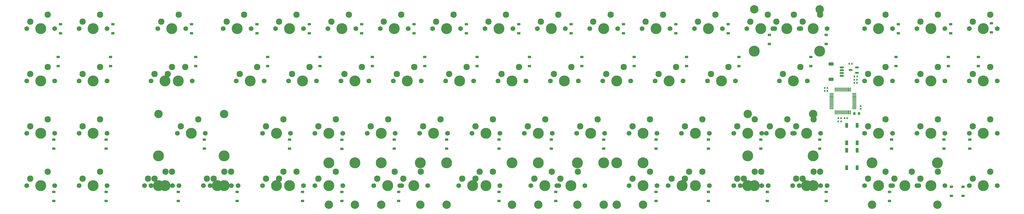
<source format=gbr>
%TF.GenerationSoftware,KiCad,Pcbnew,7.0.7*%
%TF.CreationDate,2024-06-03T22:11:20-06:00*%
%TF.ProjectId,spell,7370656c-6c2e-46b6-9963-61645f706362,rev?*%
%TF.SameCoordinates,Original*%
%TF.FileFunction,Soldermask,Bot*%
%TF.FilePolarity,Negative*%
%FSLAX46Y46*%
G04 Gerber Fmt 4.6, Leading zero omitted, Abs format (unit mm)*
G04 Created by KiCad (PCBNEW 7.0.7) date 2024-06-03 22:11:20*
%MOMM*%
%LPD*%
G01*
G04 APERTURE LIST*
G04 Aperture macros list*
%AMRoundRect*
0 Rectangle with rounded corners*
0 $1 Rounding radius*
0 $2 $3 $4 $5 $6 $7 $8 $9 X,Y pos of 4 corners*
0 Add a 4 corners polygon primitive as box body*
4,1,4,$2,$3,$4,$5,$6,$7,$8,$9,$2,$3,0*
0 Add four circle primitives for the rounded corners*
1,1,$1+$1,$2,$3*
1,1,$1+$1,$4,$5*
1,1,$1+$1,$6,$7*
1,1,$1+$1,$8,$9*
0 Add four rect primitives between the rounded corners*
20,1,$1+$1,$2,$3,$4,$5,0*
20,1,$1+$1,$4,$5,$6,$7,0*
20,1,$1+$1,$6,$7,$8,$9,0*
20,1,$1+$1,$8,$9,$2,$3,0*%
G04 Aperture macros list end*
%ADD10C,1.750000*%
%ADD11C,3.987800*%
%ADD12C,2.300000*%
%ADD13C,3.048000*%
%ADD14RoundRect,0.225000X0.375000X-0.225000X0.375000X0.225000X-0.375000X0.225000X-0.375000X-0.225000X0*%
%ADD15RoundRect,0.225000X-0.375000X0.225000X-0.375000X-0.225000X0.375000X-0.225000X0.375000X0.225000X0*%
%ADD16RoundRect,0.140000X0.140000X0.170000X-0.140000X0.170000X-0.140000X-0.170000X0.140000X-0.170000X0*%
%ADD17R,1.000000X1.700000*%
%ADD18RoundRect,0.150000X0.512500X0.150000X-0.512500X0.150000X-0.512500X-0.150000X0.512500X-0.150000X0*%
%ADD19RoundRect,0.075000X0.075000X-0.662500X0.075000X0.662500X-0.075000X0.662500X-0.075000X-0.662500X0*%
%ADD20RoundRect,0.075000X0.662500X-0.075000X0.662500X0.075000X-0.662500X0.075000X-0.662500X-0.075000X0*%
%ADD21RoundRect,0.140000X-0.140000X-0.170000X0.140000X-0.170000X0.140000X0.170000X-0.140000X0.170000X0*%
%ADD22RoundRect,0.150000X0.625000X-0.150000X0.625000X0.150000X-0.625000X0.150000X-0.625000X-0.150000X0*%
%ADD23RoundRect,0.250000X0.650000X-0.350000X0.650000X0.350000X-0.650000X0.350000X-0.650000X-0.350000X0*%
%ADD24RoundRect,0.140000X0.170000X-0.140000X0.170000X0.140000X-0.170000X0.140000X-0.170000X-0.140000X0*%
%ADD25RoundRect,0.200000X0.200000X0.275000X-0.200000X0.275000X-0.200000X-0.275000X0.200000X-0.275000X0*%
G04 APERTURE END LIST*
D10*
%TO.C,MX32*%
X284836414Y-56615000D03*
D11*
X289916414Y-56615000D03*
D10*
X294996414Y-56615000D03*
D12*
X286106414Y-54075000D03*
X292456414Y-51535000D03*
%TD*%
D10*
%TO.C,MX57*%
X80048914Y-94715000D03*
D11*
X85128914Y-94715000D03*
D10*
X90208914Y-94715000D03*
D12*
X81318914Y-92175000D03*
X87668914Y-89635000D03*
%TD*%
D10*
%TO.C,MX14*%
X299123914Y-37565000D03*
D11*
X304203914Y-37565000D03*
D10*
X309283914Y-37565000D03*
D12*
X300393914Y-35025000D03*
X306743914Y-32485000D03*
%TD*%
D10*
%TO.C,MX41*%
X141961414Y-75665000D03*
D11*
X147041414Y-75665000D03*
D10*
X152121414Y-75665000D03*
D12*
X143231414Y-73125000D03*
X149581414Y-70585000D03*
%TD*%
D10*
%TO.C,MX31*%
X265786414Y-56615000D03*
D11*
X270866414Y-56615000D03*
D10*
X275946414Y-56615000D03*
D12*
X267056414Y-54075000D03*
X273406414Y-51535000D03*
%TD*%
D10*
%TO.C,MX29*%
X227686414Y-56615000D03*
D11*
X232766414Y-56615000D03*
D10*
X237846414Y-56615000D03*
D12*
X228956414Y-54075000D03*
X235306414Y-51535000D03*
%TD*%
D10*
%TO.C,MX26*%
X170536414Y-56615000D03*
D11*
X175616414Y-56615000D03*
D10*
X180696414Y-56615000D03*
D12*
X171806414Y-54075000D03*
X178156414Y-51535000D03*
%TD*%
D10*
%TO.C,MX25*%
X151486414Y-56615000D03*
D11*
X156566414Y-56615000D03*
D10*
X161646414Y-56615000D03*
D12*
X152756414Y-54075000D03*
X159106414Y-51535000D03*
%TD*%
D10*
%TO.C,MX64*%
X351511414Y-94715000D03*
D11*
X356591414Y-94715000D03*
D10*
X361671414Y-94715000D03*
D12*
X352781414Y-92175000D03*
X359131414Y-89635000D03*
%TD*%
D10*
%TO.C,MX58*%
X101480164Y-94715000D03*
D11*
X106560164Y-94715000D03*
D10*
X111640164Y-94715000D03*
D12*
X102750164Y-92175000D03*
X109100164Y-89635000D03*
%TD*%
D10*
%TO.C,MX10*%
X222923914Y-37565000D03*
D11*
X228003914Y-37565000D03*
D10*
X233083914Y-37565000D03*
D12*
X224193914Y-35025000D03*
X230543914Y-32485000D03*
%TD*%
D13*
%TO.C,S2*%
X368497664Y-101700000D03*
D11*
X368497664Y-86460000D03*
D13*
X344685164Y-101700000D03*
D11*
X344685164Y-86460000D03*
%TD*%
D10*
%TO.C,MX19*%
X380086414Y-37565000D03*
D11*
X385166414Y-37565000D03*
D10*
X390246414Y-37565000D03*
D12*
X381356414Y-35025000D03*
X387706414Y-32485000D03*
%TD*%
D10*
%TO.C,MX7*%
X165773914Y-37565000D03*
D11*
X170853914Y-37565000D03*
D10*
X175933914Y-37565000D03*
D12*
X167043914Y-35025000D03*
X173393914Y-32485000D03*
%TD*%
D10*
%TO.C,MX70*%
X82430164Y-94715000D03*
D11*
X87510164Y-94715000D03*
D10*
X92590164Y-94715000D03*
D12*
X83700164Y-92175000D03*
X90050164Y-89635000D03*
%TD*%
D10*
%TO.C,MX55*%
X37186414Y-94715000D03*
D11*
X42266414Y-94715000D03*
D10*
X47346414Y-94715000D03*
D12*
X38456414Y-92175000D03*
X44806414Y-89635000D03*
%TD*%
D10*
%TO.C,MX36*%
X380086414Y-56615000D03*
D11*
X385166414Y-56615000D03*
D10*
X390246414Y-56615000D03*
D12*
X381356414Y-54075000D03*
X387706414Y-51535000D03*
%TD*%
D10*
%TO.C,MX42*%
X161011414Y-75665000D03*
D11*
X166091414Y-75665000D03*
D10*
X171171414Y-75665000D03*
D12*
X162281414Y-73125000D03*
X168631414Y-70585000D03*
%TD*%
D10*
%TO.C,MX13*%
X280073914Y-37565000D03*
D11*
X285153914Y-37565000D03*
D10*
X290233914Y-37565000D03*
D12*
X281343914Y-35025000D03*
X287693914Y-32485000D03*
%TD*%
D10*
%TO.C,MX77*%
X256261414Y-94715000D03*
D11*
X261341414Y-94715000D03*
D10*
X266421414Y-94715000D03*
D12*
X257531414Y-92175000D03*
X263881414Y-89635000D03*
%TD*%
D10*
%TO.C,MX52*%
X341986414Y-75665000D03*
D11*
X347066414Y-75665000D03*
D10*
X352146414Y-75665000D03*
D12*
X343256414Y-73125000D03*
X349606414Y-70585000D03*
%TD*%
D10*
%TO.C,MX40*%
X122911414Y-75665000D03*
D11*
X127991414Y-75665000D03*
D10*
X133071414Y-75665000D03*
D12*
X124181414Y-73125000D03*
X130531414Y-70585000D03*
%TD*%
D13*
%TO.C,S10*%
X251816414Y-101700000D03*
D11*
X251816414Y-86460000D03*
D13*
X156566414Y-101700000D03*
D11*
X156566414Y-86460000D03*
%TD*%
D10*
%TO.C,MX28*%
X208636414Y-56615000D03*
D11*
X213716414Y-56615000D03*
D10*
X218796414Y-56615000D03*
D12*
X209906414Y-54075000D03*
X216256414Y-51535000D03*
%TD*%
D10*
%TO.C,MX76*%
X220542664Y-94715000D03*
D11*
X225622664Y-94715000D03*
D10*
X230702664Y-94715000D03*
D12*
X221812664Y-92175000D03*
X228162664Y-89635000D03*
%TD*%
D10*
%TO.C,MX11*%
X241973914Y-37565000D03*
D11*
X247053914Y-37565000D03*
D10*
X252133914Y-37565000D03*
D12*
X243243914Y-35025000D03*
X249593914Y-32485000D03*
%TD*%
D10*
%TO.C,MX21*%
X56236414Y-56615000D03*
D11*
X61316414Y-56615000D03*
D10*
X66396414Y-56615000D03*
D12*
X57506414Y-54075000D03*
X63856414Y-51535000D03*
%TD*%
D10*
%TO.C,MX27*%
X189586414Y-56615000D03*
D11*
X194666414Y-56615000D03*
D10*
X199746414Y-56615000D03*
D12*
X190856414Y-54075000D03*
X197206414Y-51535000D03*
%TD*%
D13*
%TO.C,S3*%
X299441414Y-68680000D03*
D11*
X299441414Y-83920000D03*
D13*
X323253914Y-68680000D03*
D11*
X323253914Y-83920000D03*
%TD*%
D10*
%TO.C,MX46*%
X237211414Y-75665000D03*
D11*
X242291414Y-75665000D03*
D10*
X247371414Y-75665000D03*
D12*
X238481414Y-73125000D03*
X244831414Y-70585000D03*
%TD*%
D10*
%TO.C,MX9*%
X203873914Y-37565000D03*
D11*
X208953914Y-37565000D03*
D10*
X214033914Y-37565000D03*
D12*
X205143914Y-35025000D03*
X211493914Y-32485000D03*
%TD*%
D10*
%TO.C,MX2*%
X56236414Y-37565000D03*
D11*
X61316414Y-37565000D03*
D10*
X66396414Y-37565000D03*
D12*
X57506414Y-35025000D03*
X63856414Y-32485000D03*
%TD*%
D10*
%TO.C,MX71*%
X103861414Y-94715000D03*
D11*
X108941414Y-94715000D03*
D10*
X114021414Y-94715000D03*
D12*
X105131414Y-92175000D03*
X111481414Y-89635000D03*
%TD*%
D10*
%TO.C,MX61*%
X296742664Y-94715000D03*
D11*
X301822664Y-94715000D03*
D10*
X306902664Y-94715000D03*
D12*
X298012664Y-92175000D03*
X304362664Y-89635000D03*
%TD*%
D10*
%TO.C,MX37*%
X37186414Y-75665000D03*
D11*
X42266414Y-75665000D03*
D10*
X47346414Y-75665000D03*
D12*
X38456414Y-73125000D03*
X44806414Y-70585000D03*
%TD*%
D10*
%TO.C,MX67*%
X270548914Y-94715000D03*
D11*
X275628914Y-94715000D03*
D10*
X280708914Y-94715000D03*
D12*
X271818914Y-92175000D03*
X278168914Y-89635000D03*
%TD*%
D10*
%TO.C,MX17*%
X341986414Y-37565000D03*
D11*
X347066414Y-37565000D03*
D10*
X352146414Y-37565000D03*
D12*
X343256414Y-35025000D03*
X349606414Y-32485000D03*
%TD*%
D10*
%TO.C,MX63*%
X341986414Y-94715000D03*
D11*
X347066414Y-94715000D03*
D10*
X352146414Y-94715000D03*
D12*
X343256414Y-92175000D03*
X349606414Y-89635000D03*
%TD*%
D10*
%TO.C,MX12*%
X261023914Y-37565000D03*
D11*
X266103914Y-37565000D03*
D10*
X271183914Y-37565000D03*
D12*
X262293914Y-35025000D03*
X268643914Y-32485000D03*
%TD*%
D10*
%TO.C,MX56*%
X56236414Y-94715000D03*
D11*
X61316414Y-94715000D03*
D10*
X66396414Y-94715000D03*
D12*
X57506414Y-92175000D03*
X63856414Y-89635000D03*
%TD*%
D10*
%TO.C,MX68*%
X294361414Y-94715000D03*
D11*
X299441414Y-94715000D03*
D10*
X304521414Y-94715000D03*
D12*
X295631414Y-92175000D03*
X301981414Y-89635000D03*
%TD*%
D10*
%TO.C,MX20*%
X37186414Y-56615000D03*
D11*
X42266414Y-56615000D03*
D10*
X47346414Y-56615000D03*
D12*
X38456414Y-54075000D03*
X44806414Y-51535000D03*
%TD*%
D10*
%TO.C,MX35*%
X361036414Y-56615000D03*
D11*
X366116414Y-56615000D03*
D10*
X371196414Y-56615000D03*
D12*
X362306414Y-54075000D03*
X368656414Y-51535000D03*
%TD*%
D10*
%TO.C,MX73*%
X141961414Y-94715000D03*
D11*
X147041414Y-94715000D03*
D10*
X152121414Y-94715000D03*
D12*
X143231414Y-92175000D03*
X149581414Y-89635000D03*
%TD*%
D10*
%TO.C,MX34*%
X341986414Y-56615000D03*
D11*
X347066414Y-56615000D03*
D10*
X352146414Y-56615000D03*
D12*
X343256414Y-54075000D03*
X349606414Y-51535000D03*
%TD*%
D10*
%TO.C,MX15*%
X308648914Y-37565000D03*
D11*
X313728914Y-37565000D03*
D10*
X318808914Y-37565000D03*
D12*
X309918914Y-35025000D03*
X316268914Y-32485000D03*
%TD*%
D13*
%TO.C,S9*%
X261341414Y-101700000D03*
D11*
X261341414Y-86460000D03*
D13*
X147041414Y-101700000D03*
D11*
X147041414Y-86460000D03*
%TD*%
D10*
%TO.C,MX53*%
X361036414Y-75665000D03*
D11*
X366116414Y-75665000D03*
D10*
X371196414Y-75665000D03*
D12*
X362306414Y-73125000D03*
X368656414Y-70585000D03*
%TD*%
D10*
%TO.C,MX60*%
X275311414Y-94715000D03*
D11*
X280391414Y-94715000D03*
D10*
X285471414Y-94715000D03*
D12*
X276581414Y-92175000D03*
X282931414Y-89635000D03*
%TD*%
D10*
%TO.C,MX78*%
X163392664Y-94715000D03*
D11*
X168472664Y-94715000D03*
D10*
X173552664Y-94715000D03*
D12*
X164662664Y-92175000D03*
X171012664Y-89635000D03*
%TD*%
D13*
%TO.C,S7*%
X85128914Y-68680000D03*
D11*
X85128914Y-83920000D03*
D13*
X108941414Y-68680000D03*
D11*
X108941414Y-83920000D03*
%TD*%
D10*
%TO.C,MX62*%
X318173914Y-94715000D03*
D11*
X323253914Y-94715000D03*
D10*
X328333914Y-94715000D03*
D12*
X319443914Y-92175000D03*
X325793914Y-89635000D03*
%TD*%
D10*
%TO.C,MX23*%
X113386414Y-56615000D03*
D11*
X118466414Y-56615000D03*
D10*
X123546414Y-56615000D03*
D12*
X114656414Y-54075000D03*
X121006414Y-51535000D03*
%TD*%
D13*
%TO.C,S5*%
X247053914Y-101700000D03*
D11*
X247053914Y-86460000D03*
D13*
X223241414Y-101700000D03*
D11*
X223241414Y-86460000D03*
%TD*%
D10*
%TO.C,MX72*%
X127673914Y-94715000D03*
D11*
X132753914Y-94715000D03*
D10*
X137833914Y-94715000D03*
D12*
X128943914Y-92175000D03*
X135293914Y-89635000D03*
%TD*%
D10*
%TO.C,MX45*%
X218161414Y-75665000D03*
D11*
X223241414Y-75665000D03*
D10*
X228321414Y-75665000D03*
D12*
X219431414Y-73125000D03*
X225781414Y-70585000D03*
%TD*%
D10*
%TO.C,MX43*%
X180061414Y-75665000D03*
D11*
X185141414Y-75665000D03*
D10*
X190221414Y-75665000D03*
D12*
X181331414Y-73125000D03*
X187681414Y-70585000D03*
%TD*%
D10*
%TO.C,MX47*%
X256261414Y-75665000D03*
D11*
X261341414Y-75665000D03*
D10*
X266421414Y-75665000D03*
D12*
X257531414Y-73125000D03*
X263881414Y-70585000D03*
%TD*%
D10*
%TO.C,MX54*%
X380086414Y-75665000D03*
D11*
X385166414Y-75665000D03*
D10*
X390246414Y-75665000D03*
D12*
X381356414Y-73125000D03*
X387706414Y-70585000D03*
%TD*%
D10*
%TO.C,MX75*%
X199111414Y-94715000D03*
D11*
X204191414Y-94715000D03*
D10*
X209271414Y-94715000D03*
D12*
X200381414Y-92175000D03*
X206731414Y-89635000D03*
%TD*%
D13*
%TO.C,S1*%
X301822664Y-30580000D03*
D11*
X301822664Y-45820000D03*
D13*
X325635164Y-30580000D03*
D11*
X325635164Y-45820000D03*
%TD*%
D10*
%TO.C,MX8*%
X184823914Y-37565000D03*
D11*
X189903914Y-37565000D03*
D10*
X194983914Y-37565000D03*
D12*
X186093914Y-35025000D03*
X192443914Y-32485000D03*
%TD*%
D13*
%TO.C,S11*%
X189903914Y-101700000D03*
D11*
X189903914Y-86460000D03*
D13*
X166091414Y-101700000D03*
D11*
X166091414Y-86460000D03*
%TD*%
D10*
%TO.C,MX44*%
X199111414Y-75665000D03*
D11*
X204191414Y-75665000D03*
D10*
X209271414Y-75665000D03*
D12*
X200381414Y-73125000D03*
X206731414Y-70585000D03*
%TD*%
D13*
%TO.C,S8*%
X237528914Y-101700000D03*
D11*
X237528914Y-86460000D03*
D13*
X213716414Y-101700000D03*
D11*
X213716414Y-86460000D03*
%TD*%
D10*
%TO.C,MX81*%
X82430164Y-56615000D03*
D11*
X87510164Y-56615000D03*
D10*
X92590164Y-56615000D03*
D12*
X83700164Y-54075000D03*
X90050164Y-51535000D03*
%TD*%
D10*
%TO.C,MX39*%
X91955164Y-75665000D03*
D11*
X97035164Y-75665000D03*
D10*
X102115164Y-75665000D03*
D12*
X93225164Y-73125000D03*
X99575164Y-70585000D03*
%TD*%
D10*
%TO.C,MX65*%
X361036414Y-94715000D03*
D11*
X366116414Y-94715000D03*
D10*
X371196414Y-94715000D03*
D12*
X362306414Y-92175000D03*
X368656414Y-89635000D03*
%TD*%
D10*
%TO.C,MX4*%
X108623914Y-37565000D03*
D11*
X113703914Y-37565000D03*
D10*
X118783914Y-37565000D03*
D12*
X109893914Y-35025000D03*
X116243914Y-32485000D03*
%TD*%
D10*
%TO.C,MX38*%
X56236414Y-75665000D03*
D11*
X61316414Y-75665000D03*
D10*
X66396414Y-75665000D03*
D12*
X57506414Y-73125000D03*
X63856414Y-70585000D03*
%TD*%
D13*
%TO.C,S12*%
X180378914Y-101700000D03*
D11*
X180378914Y-86460000D03*
D13*
X156566414Y-101700000D03*
D11*
X156566414Y-86460000D03*
%TD*%
D10*
%TO.C,MX48*%
X275311414Y-75665000D03*
D11*
X280391414Y-75665000D03*
D10*
X285471414Y-75665000D03*
D12*
X276581414Y-73125000D03*
X282931414Y-70585000D03*
%TD*%
D10*
%TO.C,MX5*%
X127673914Y-37565000D03*
D11*
X132753914Y-37565000D03*
D10*
X137833914Y-37565000D03*
D12*
X128943914Y-35025000D03*
X135293914Y-32485000D03*
%TD*%
D10*
%TO.C,MX66*%
X380086414Y-94715000D03*
D11*
X385166414Y-94715000D03*
D10*
X390246414Y-94715000D03*
D12*
X381356414Y-92175000D03*
X387706414Y-89635000D03*
%TD*%
D10*
%TO.C,MX6*%
X146723914Y-37565000D03*
D11*
X151803914Y-37565000D03*
D10*
X156883914Y-37565000D03*
D12*
X147993914Y-35025000D03*
X154343914Y-32485000D03*
%TD*%
D10*
%TO.C,MX74*%
X172917664Y-94715000D03*
D11*
X177997664Y-94715000D03*
D10*
X183077664Y-94715000D03*
D12*
X174187664Y-92175000D03*
X180537664Y-89635000D03*
%TD*%
D10*
%TO.C,MX16*%
X318173914Y-37565000D03*
D11*
X323253914Y-37565000D03*
D10*
X328333914Y-37565000D03*
D12*
X319443914Y-35025000D03*
X325793914Y-32485000D03*
%TD*%
D10*
%TO.C,MX22*%
X87192664Y-56615000D03*
D11*
X92272664Y-56615000D03*
D10*
X97352664Y-56615000D03*
D12*
X88462664Y-54075000D03*
X94812664Y-51535000D03*
%TD*%
D10*
%TO.C,MX59*%
X122911414Y-94715000D03*
D11*
X127991414Y-94715000D03*
D10*
X133071414Y-94715000D03*
D12*
X124181414Y-92175000D03*
X130531414Y-89635000D03*
%TD*%
D10*
%TO.C,MX30*%
X246736414Y-56615000D03*
D11*
X251816414Y-56615000D03*
D10*
X256896414Y-56615000D03*
D12*
X248006414Y-54075000D03*
X254356414Y-51535000D03*
%TD*%
D10*
%TO.C,MX18*%
X361036414Y-37565000D03*
D11*
X366116414Y-37565000D03*
D10*
X371196414Y-37565000D03*
D12*
X362306414Y-35025000D03*
X368656414Y-32485000D03*
%TD*%
D10*
%TO.C,MX79*%
X194348914Y-94715000D03*
D11*
X199428914Y-94715000D03*
D10*
X204508914Y-94715000D03*
D12*
X195618914Y-92175000D03*
X201968914Y-89635000D03*
%TD*%
D10*
%TO.C,MX50*%
X315792664Y-75665000D03*
D11*
X320872664Y-75665000D03*
D10*
X325952664Y-75665000D03*
D12*
X317062664Y-73125000D03*
X323412664Y-70585000D03*
%TD*%
D10*
%TO.C,MX51*%
X306267664Y-75665000D03*
D11*
X311347664Y-75665000D03*
D10*
X316427664Y-75665000D03*
D12*
X307537664Y-73125000D03*
X313887664Y-70585000D03*
%TD*%
D10*
%TO.C,MX80*%
X230067664Y-94715000D03*
D11*
X235147664Y-94715000D03*
D10*
X240227664Y-94715000D03*
D12*
X231337664Y-92175000D03*
X237687664Y-89635000D03*
%TD*%
D10*
%TO.C,MX33*%
X311030164Y-56615000D03*
D11*
X316110164Y-56615000D03*
D10*
X321190164Y-56615000D03*
D12*
X312300164Y-54075000D03*
X318650164Y-51535000D03*
%TD*%
D10*
%TO.C,MX1*%
X37186414Y-37565000D03*
D11*
X42266414Y-37565000D03*
D10*
X47346414Y-37565000D03*
D12*
X38456414Y-35025000D03*
X44806414Y-32485000D03*
%TD*%
D10*
%TO.C,MX3*%
X84811414Y-37565000D03*
D11*
X89891414Y-37565000D03*
D10*
X94971414Y-37565000D03*
D12*
X86081414Y-35025000D03*
X92431414Y-32485000D03*
%TD*%
D10*
%TO.C,MX24*%
X132436414Y-56615000D03*
D11*
X137516414Y-56615000D03*
D10*
X142596414Y-56615000D03*
D12*
X133706414Y-54075000D03*
X140056414Y-51535000D03*
%TD*%
D10*
%TO.C,MX69*%
X315792664Y-94715000D03*
D11*
X320872664Y-94715000D03*
D10*
X325952664Y-94715000D03*
D12*
X317062664Y-92175000D03*
X323412664Y-89635000D03*
%TD*%
D10*
%TO.C,MX49*%
X294361414Y-75665000D03*
D11*
X299441414Y-75665000D03*
D10*
X304521414Y-75665000D03*
D12*
X295631414Y-73125000D03*
X301981414Y-70585000D03*
%TD*%
D14*
%TO.C,D4*%
X120906414Y-39268750D03*
X120906414Y-35968750D03*
%TD*%
D15*
%TO.C,D20*%
X67666414Y-47925000D03*
X67666414Y-51225000D03*
%TD*%
D14*
%TO.C,D49*%
X325635164Y-81283750D03*
X325635164Y-77983750D03*
%TD*%
%TO.C,D67*%
X208953914Y-100333750D03*
X208953914Y-97033750D03*
%TD*%
%TO.C,D39*%
X132753914Y-81283750D03*
X132753914Y-77983750D03*
%TD*%
D15*
%TO.C,D33*%
X353416414Y-47925000D03*
X353416414Y-51225000D03*
%TD*%
D14*
%TO.C,D58*%
X137516414Y-100333750D03*
X137516414Y-97033750D03*
%TD*%
%TO.C,D48*%
X304203914Y-81283750D03*
X304203914Y-77983750D03*
%TD*%
%TO.C,D38*%
X101797664Y-81283750D03*
X101797664Y-77983750D03*
%TD*%
D15*
%TO.C,D26*%
X201016414Y-47925000D03*
X201016414Y-51225000D03*
%TD*%
D14*
%TO.C,D60*%
X306585164Y-100333750D03*
X306585164Y-97033750D03*
%TD*%
%TO.C,D45*%
X247053914Y-81283750D03*
X247053914Y-77983750D03*
%TD*%
%TO.C,D46*%
X266103914Y-81283750D03*
X266103914Y-77983750D03*
%TD*%
D16*
%TO.C,C4*%
X339200000Y-56230000D03*
X338240000Y-56230000D03*
%TD*%
D14*
%TO.C,D52*%
X370878914Y-81283750D03*
X370878914Y-77983750D03*
%TD*%
%TO.C,D53*%
X380206250Y-81283750D03*
X380206250Y-77983750D03*
%TD*%
D17*
%TO.C,SW2*%
X335445102Y-72832848D03*
X335445102Y-79132848D03*
X339245102Y-72832848D03*
X339245102Y-79132848D03*
%TD*%
D18*
%TO.C,U2*%
X339207500Y-51760000D03*
X339207500Y-53660000D03*
X336932500Y-52710000D03*
%TD*%
D14*
%TO.C,D11*%
X254256414Y-39268750D03*
X254256414Y-35968750D03*
%TD*%
D16*
%TO.C,C9*%
X328430884Y-59166912D03*
X327470884Y-59166912D03*
%TD*%
D14*
%TO.C,D1*%
X49468914Y-39268750D03*
X49468914Y-35968750D03*
%TD*%
D15*
%TO.C,D32*%
X322460164Y-47925000D03*
X322460164Y-51225000D03*
%TD*%
D14*
%TO.C,D13*%
X292356414Y-39268750D03*
X292356414Y-35968750D03*
%TD*%
D15*
%TO.C,D34*%
X372466414Y-47925000D03*
X372466414Y-51225000D03*
%TD*%
D14*
%TO.C,D42*%
X189903914Y-81283750D03*
X189903914Y-77983750D03*
%TD*%
D17*
%TO.C,SW1*%
X339250000Y-88200000D03*
X339250000Y-81900000D03*
X335450000Y-88200000D03*
X335450000Y-81900000D03*
%TD*%
D14*
%TO.C,D56*%
X92272664Y-100333750D03*
X92272664Y-97033750D03*
%TD*%
D15*
%TO.C,D22*%
X124816414Y-47925000D03*
X124816414Y-51225000D03*
%TD*%
D14*
%TO.C,D68*%
X229591414Y-100333750D03*
X229591414Y-97033750D03*
%TD*%
%TO.C,D59*%
X285153914Y-100333750D03*
X285153914Y-97033750D03*
%TD*%
%TO.C,D9*%
X216156414Y-39268750D03*
X216156414Y-35968750D03*
%TD*%
D15*
%TO.C,D24*%
X162916414Y-47925000D03*
X162916414Y-51225000D03*
%TD*%
D14*
%TO.C,D3*%
X97093914Y-39268750D03*
X97093914Y-35968750D03*
%TD*%
%TO.C,D16*%
X354268914Y-39268750D03*
X354268914Y-35968750D03*
%TD*%
%TO.C,D17*%
X373318914Y-39268750D03*
X373318914Y-35968750D03*
%TD*%
%TO.C,D10*%
X235206414Y-39268750D03*
X235206414Y-35968750D03*
%TD*%
%TO.C,D40*%
X151803914Y-81346250D03*
X151803914Y-78046250D03*
%TD*%
%TO.C,D41*%
X170853914Y-81283750D03*
X170853914Y-77983750D03*
%TD*%
%TO.C,D8*%
X197106414Y-39268750D03*
X197106414Y-35968750D03*
%TD*%
%TO.C,D6*%
X159006414Y-39268750D03*
X159006414Y-35968750D03*
%TD*%
D19*
%TO.C,U1*%
X336845100Y-68107848D03*
X336345100Y-68107848D03*
X335845100Y-68107848D03*
X335345100Y-68107848D03*
X334845100Y-68107848D03*
X334345100Y-68107848D03*
X333845100Y-68107848D03*
X333345100Y-68107848D03*
X332845100Y-68107848D03*
X332345100Y-68107848D03*
X331845100Y-68107848D03*
X331345100Y-68107848D03*
D20*
X329932600Y-66695348D03*
X329932600Y-66195348D03*
X329932600Y-65695348D03*
X329932600Y-65195348D03*
X329932600Y-64695348D03*
X329932600Y-64195348D03*
X329932600Y-63695348D03*
X329932600Y-63195348D03*
X329932600Y-62695348D03*
X329932600Y-62195348D03*
X329932600Y-61695348D03*
X329932600Y-61195348D03*
D19*
X331345100Y-59782848D03*
X331845100Y-59782848D03*
X332345100Y-59782848D03*
X332845100Y-59782848D03*
X333345100Y-59782848D03*
X333845100Y-59782848D03*
X334345100Y-59782848D03*
X334845100Y-59782848D03*
X335345100Y-59782848D03*
X335845100Y-59782848D03*
X336345100Y-59782848D03*
X336845100Y-59782848D03*
D20*
X338257600Y-61195348D03*
X338257600Y-61695348D03*
X338257600Y-62195348D03*
X338257600Y-62695348D03*
X338257600Y-63195348D03*
X338257600Y-63695348D03*
X338257600Y-64195348D03*
X338257600Y-64695348D03*
X338257600Y-65195348D03*
X338257600Y-65695348D03*
X338257600Y-66195348D03*
X338257600Y-66695348D03*
%TD*%
D21*
%TO.C,C1*%
X334680041Y-70189958D03*
X335640041Y-70189958D03*
%TD*%
D14*
%TO.C,D2*%
X68518914Y-39268750D03*
X68518914Y-35968750D03*
%TD*%
D16*
%TO.C,C8*%
X328460002Y-60270001D03*
X327500002Y-60270001D03*
%TD*%
D15*
%TO.C,D21*%
X98622664Y-47925000D03*
X98622664Y-51225000D03*
%TD*%
%TO.C,D29*%
X258166414Y-47925000D03*
X258166414Y-51225000D03*
%TD*%
D14*
%TO.C,D14*%
X307378914Y-43183750D03*
X307378914Y-39883750D03*
%TD*%
%TO.C,D36*%
X47028914Y-81283750D03*
X47028914Y-77983750D03*
%TD*%
D16*
%TO.C,C7*%
X339200002Y-57304800D03*
X338240002Y-57304800D03*
%TD*%
D15*
%TO.C,D23*%
X143866414Y-47925000D03*
X143866414Y-51225000D03*
%TD*%
D14*
%TO.C,D66*%
X172441414Y-100333750D03*
X172441414Y-97033750D03*
%TD*%
D15*
%TO.C,D27*%
X220066414Y-47925000D03*
X220066414Y-51225000D03*
%TD*%
D21*
%TO.C,C6*%
X332430000Y-70218484D03*
X333390000Y-70218484D03*
%TD*%
D14*
%TO.C,D63*%
X373566414Y-98487500D03*
X373566414Y-95187500D03*
%TD*%
%TO.C,D69*%
X266103914Y-100333750D03*
X266103914Y-97033750D03*
%TD*%
D15*
%TO.C,D31*%
X296266414Y-47925000D03*
X296266414Y-51225000D03*
%TD*%
D21*
%TO.C,C2*%
X336430000Y-50410000D03*
X337390000Y-50410000D03*
%TD*%
D14*
%TO.C,D51*%
X351828914Y-81283750D03*
X351828914Y-77983750D03*
%TD*%
D22*
%TO.C,J1*%
X333700000Y-54750000D03*
X333700000Y-53750000D03*
X333700000Y-52750000D03*
X333700000Y-51750000D03*
D23*
X329825000Y-56050000D03*
X329825000Y-50450000D03*
%TD*%
D14*
%TO.C,D5*%
X139956414Y-39268750D03*
X139956414Y-35968750D03*
%TD*%
D15*
%TO.C,D35*%
X383381250Y-47925000D03*
X383381250Y-51225000D03*
%TD*%
D14*
%TO.C,D54*%
X47028914Y-100333750D03*
X47028914Y-97033750D03*
%TD*%
D15*
%TO.C,D19*%
X48616414Y-47925000D03*
X48616414Y-51225000D03*
%TD*%
D14*
%TO.C,D43*%
X208953914Y-81283750D03*
X208953914Y-77983750D03*
%TD*%
%TO.C,D12*%
X273306414Y-39268750D03*
X273306414Y-35968750D03*
%TD*%
%TO.C,D15*%
X328016414Y-43183750D03*
X328016414Y-39883750D03*
%TD*%
%TO.C,D61*%
X328016414Y-100333750D03*
X328016414Y-97033750D03*
%TD*%
D21*
%TO.C,C3*%
X332430328Y-71397341D03*
X333390328Y-71397341D03*
%TD*%
D15*
%TO.C,D28*%
X239116414Y-47925000D03*
X239116414Y-51225000D03*
%TD*%
D14*
%TO.C,D55*%
X66078914Y-100333750D03*
X66078914Y-97033750D03*
%TD*%
D24*
%TO.C,C5*%
X340537901Y-66777901D03*
X340537901Y-65817901D03*
%TD*%
D25*
%TO.C,R1*%
X339910041Y-68464958D03*
X338260041Y-68464958D03*
%TD*%
D14*
%TO.C,D37*%
X66078914Y-81283750D03*
X66078914Y-77983750D03*
%TD*%
D15*
%TO.C,D30*%
X277216414Y-47925000D03*
X277216414Y-51225000D03*
%TD*%
D14*
%TO.C,D18*%
X388143750Y-38956250D03*
X388143750Y-35656250D03*
%TD*%
%TO.C,D44*%
X228003914Y-81283750D03*
X228003914Y-77983750D03*
%TD*%
D15*
%TO.C,D25*%
X181966414Y-47925000D03*
X181966414Y-51225000D03*
%TD*%
D14*
%TO.C,D57*%
X113703914Y-100333750D03*
X113703914Y-97033750D03*
%TD*%
D16*
%TO.C,C10*%
X339227705Y-55081732D03*
X338267705Y-55081732D03*
%TD*%
D14*
%TO.C,D64*%
X377825000Y-98487500D03*
X377825000Y-95187500D03*
%TD*%
%TO.C,D62*%
X351035164Y-100333750D03*
X351035164Y-97033750D03*
%TD*%
%TO.C,D7*%
X178056414Y-39268750D03*
X178056414Y-35968750D03*
%TD*%
%TO.C,D47*%
X285153914Y-81283750D03*
X285153914Y-77983750D03*
%TD*%
%TO.C,D65*%
X151803914Y-100333750D03*
X151803914Y-97033750D03*
%TD*%
M02*

</source>
